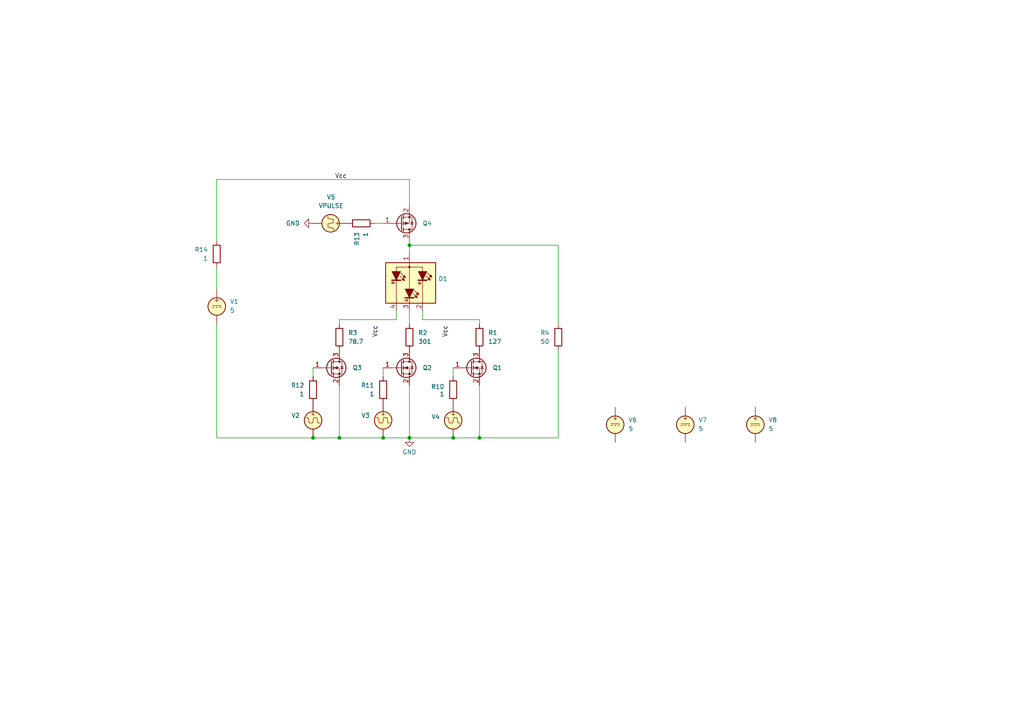
<source format=kicad_sch>
(kicad_sch (version 20250114) (generator "eeschema") (generator_version "9.0")
  (paper "A4")
  (lib_symbols
    (symbol "Device:R" (pin_numbers (hide yes)) (pin_names (offset 0))
      (property "Reference" "R" (at 2.032 0 90))
      (property "Value" "R" (at 0 0 90))
      (symbol "R_0_1"
        (rectangle (start -1.016 -2.54) (end 1.016 2.54) (stroke (width 0.254)))
      )
      (symbol "R_1_1"
        (pin passive line (at 0 3.81 270) (length 1.27) (name "~") (number "1"))
        (pin passive line (at 0 -3.81 90) (length 1.27) (name "~") (number "2"))
      )
    )
    (symbol "Keyboard:APTF1616LSEEZGKQBKC" (pin_names (offset 0.0254) (hide yes))
      (property "Reference" "D" (at -5.08 8.89 0))
      (property "Value" "APTF1616LSEEZGKQBKC" (at -10.16 -8.89 0))
      (symbol "APTF1616LSEEZGKQBKC_0_0"
        (text "B" (at -0.508 -4.7244 0) (effects (font (size 0.762 0.762))))
        (text "R" (at -0.381 3.0734 0) (effects (font (size 0.762 0.762))))
        (text "G" (at 4.5466 -0.8382 0) (effects (font (size 0.762 0.762))))
      )
      (symbol "APTF1616LSEEZGKQBKC_0_1"
        (rectangle (start -6.35 7.62) (end 5.3848 -6.8834) (stroke (width 0.254)) (fill (type background)))
        (polyline (pts (xy -6.35 0) (xy 1.27 0)))
        (circle (center -5.08 0) (radius 0.254) (fill (type outline)))
        (polyline (pts (xy -5.08 -3.81) (xy -3.81 -3.81)))
        (polyline (pts (xy -5.08 -3.81) (xy -5.08 3.81) (xy -5.08 1.27)))
        (polyline (pts (xy -3.81 5.08) (xy -3.81 2.54) (xy -1.27 3.81) (xy -3.81 5.08)) (fill (type outline)))
        (polyline (pts (xy -3.81 3.81) (xy -5.08 3.81)))
        (polyline (pts (xy -3.81 -2.54) (xy -3.81 -5.08) (xy -1.27 -3.81) (xy -3.81 -2.54)) (fill (type outline)))
        (polyline (pts (xy -3.4036 5.207) (xy -2.1336 6.477)))
        (polyline (pts (xy -3.3274 -2.4638) (xy -2.0574 -1.1938)))
        (polyline (pts (xy -2.54 4.826) (xy -1.27 6.096)))
        (polyline (pts (xy -2.54 -2.794) (xy -1.27 -1.524)))
        (polyline (pts (xy -2.1082 6.5278) (xy -2.3622 5.7658) (xy -2.8702 6.2738) (xy -2.1082 6.5278)) (fill (type outline)))
        (polyline (pts (xy -1.9558 -1.1176) (xy -2.2098 -1.8796) (xy -2.7178 -1.3716) (xy -1.9558 -1.1176)) (fill (type outline)))
        (polyline (pts (xy -1.27 6.096) (xy -1.524 5.334) (xy -2.032 5.842) (xy -1.27 6.096)) (fill (type outline)))
        (polyline (pts (xy -1.27 5.08) (xy -1.27 2.54)) (stroke (width 0.381)))
        (polyline (pts (xy -1.27 3.81) (xy 5.08 3.81)))
        (polyline (pts (xy -1.27 -2.54) (xy -1.27 -5.08)) (stroke (width 0.381)))
        (polyline (pts (xy -1.27 -3.81) (xy 5.08 -3.81)))
        (polyline (pts (xy -1.143 -1.397) (xy -1.397 -2.159) (xy -1.905 -1.651) (xy -1.143 -1.397)) (fill (type outline)))
        (polyline (pts (xy 1.27 1.27) (xy 1.27 -1.27) (xy 3.81 0) (xy 1.27 1.27)) (fill (type outline)))
        (polyline (pts (xy 1.6764 1.4224) (xy 2.9464 2.6924)))
        (polyline (pts (xy 2.54 1.016) (xy 3.81 2.286)))
        (polyline (pts (xy 2.9972 2.7432) (xy 2.7432 1.9812) (xy 2.2352 2.4892) (xy 2.9972 2.7432)) (fill (type outline)))
        (polyline (pts (xy 3.81 2.286) (xy 3.556 1.524) (xy 3.048 2.032) (xy 3.81 2.286)) (fill (type outline)))
        (polyline (pts (xy 3.81 1.27) (xy 3.81 -1.27)) (stroke (width 0.381)))
        (polyline (pts (xy 3.81 0) (xy 5.08 0)))
      )
      (symbol "APTF1616LSEEZGKQBKC_1_1"
        (pin passive line (at -8.89 0 0) (length 2.54) (name "A") (number "1"))
        (pin passive line (at 7.62 3.81 180) (length 2.54) (name "KR") (number "2"))
        (pin passive line (at 7.62 0 180) (length 2.54) (name "KG") (number "3"))
        (pin passive line (at 7.62 -3.81 180) (length 2.54) (name "KB") (number "4"))
      )
    )
    (symbol "Keyboard:NTA4151PT1G" (pin_names (offset 0) (hide yes))
      (property "Reference" "Q" (at 5.842 -2.032 90))
      (symbol "NTA4151PT1G_0_1"
        (polyline (pts (xy 0.254 1.905) (xy 0.254 -1.905)) (stroke (width 0.254)))
        (polyline (pts (xy 0.254 0) (xy -2.54 0)))
        (polyline (pts (xy 0.762 2.286) (xy 0.762 1.27)) (stroke (width 0.254)))
        (polyline (pts (xy 0.762 1.778) (xy 3.302 1.778) (xy 3.302 -1.778) (xy 0.762 -1.778)))
        (polyline (pts (xy 0.762 0.508) (xy 0.762 -0.508)) (stroke (width 0.254)))
        (polyline (pts (xy 0.762 -1.27) (xy 0.762 -2.286)) (stroke (width 0.254)))
        (circle (center 1.651 0) (radius 2.794) (stroke (width 0.254)))
        (polyline (pts (xy 2.286 0) (xy 1.27 0.381) (xy 1.27 -0.381) (xy 2.286 0)) (fill (type outline)))
        (polyline (pts (xy 2.54 2.54) (xy 2.54 1.778)))
        (polyline (pts (xy 2.54 2.54) (xy 2.54 1.778)))
        (circle (center 2.54 1.778) (radius 0.254) (fill (type outline)))
        (circle (center 2.54 1.778) (radius 0.254) (fill (type outline)))
        (circle (center 2.54 -1.778) (radius 0.254) (fill (type outline)))
        (polyline (pts (xy 2.54 -2.54) (xy 2.54 0) (xy 0.762 0)))
        (polyline (pts (xy 2.921 -0.381) (xy 3.683 -0.381)))
        (polyline (pts (xy 3.302 -0.381) (xy 2.921 0.254) (xy 3.683 0.254) (xy 3.302 -0.381)))
      )
      (symbol "NTA4151PT1G_1_1"
        (pin input line (at -5.08 0 0) (length 2.54) (name "G") (number "1"))
        (pin passive line (at 2.54 5.08 270) (length 2.54) (name "D") (number "3"))
        (pin passive line (at 2.54 -5.08 90) (length 2.54) (name "S") (number "2"))
      )
    )
    (symbol "Keyboard:NTA4153NT1G" (pin_names (offset 0) (hide yes))
      (property "Reference" "Q" (at 5.842 -2.032 90))
      (symbol "NTA4153NT1G_0_1"
        (polyline (pts (xy 0.254 1.905) (xy 0.254 -1.905)) (stroke (width 0.254)))
        (polyline (pts (xy 0.254 0) (xy -2.54 0)))
        (polyline (pts (xy 0.762 2.286) (xy 0.762 1.27)) (stroke (width 0.254)))
        (polyline (pts (xy 0.762 0.508) (xy 0.762 -0.508)) (stroke (width 0.254)))
        (polyline (pts (xy 0.762 -1.27) (xy 0.762 -2.286)) (stroke (width 0.254)))
        (polyline (pts (xy 0.762 -1.778) (xy 3.302 -1.778) (xy 3.302 1.778) (xy 0.762 1.778)))
        (polyline (pts (xy 1.016 0) (xy 2.032 0.381) (xy 2.032 -0.381) (xy 1.016 0)) (fill (type outline)))
        (circle (center 1.651 0) (radius 2.794) (stroke (width 0.254)))
        (polyline (pts (xy 2.54 2.54) (xy 2.54 1.778)))
        (circle (center 2.54 1.778) (radius 0.254) (fill (type outline)))
        (circle (center 2.54 -1.778) (radius 0.254) (fill (type outline)))
        (polyline (pts (xy 2.54 -2.54) (xy 2.54 0) (xy 0.762 0)))
        (polyline (pts (xy 2.921 0.381) (xy 3.683 0.381)))
        (polyline (pts (xy 3.302 0.381) (xy 2.921 -0.254) (xy 3.683 -0.254) (xy 3.302 0.381)))
      )
      (symbol "NTA4153NT1G_1_1"
        (pin input line (at -5.08 0 0) (length 2.54) (name "G") (number "1"))
        (pin passive line (at 2.54 5.08 270) (length 2.54) (name "D") (number "3"))
        (pin passive line (at 2.54 -5.08 90) (length 2.54) (name "S") (number "2"))
      )
    )
    (symbol "Simulation_SPICE:VDC" (pin_numbers (hide yes)) (pin_names (offset 0.0254))
      (property "Reference" "V" (at 2.54 2.54 0))
      (property "Value" "1" (at 2.54 0 0))
      (symbol "VDC_0_0"
        (polyline (pts (xy -1.27 0.254) (xy 1.27 0.254)))
        (polyline (pts (xy -0.762 -0.254) (xy -1.27 -0.254)))
        (polyline (pts (xy 0.254 -0.254) (xy -0.254 -0.254)))
        (polyline (pts (xy 1.27 -0.254) (xy 0.762 -0.254)))
        (text "+" (at 0 1.905 0) (effects (font (size 1.27 1.27))))
      )
      (symbol "VDC_0_1"
        (circle (center 0 0) (radius 2.54) (stroke (width 0.254)) (fill (type background)))
      )
      (symbol "VDC_1_1"
        (pin passive line (at 0 5.08 270) (length 2.54) (name "~") (number "1"))
        (pin passive line (at 0 -5.08 90) (length 2.54) (name "~") (number "2"))
      )
    )
    (symbol "Simulation_SPICE:VPULSE" (pin_numbers (hide yes)) (pin_names (offset 0.0254))
      (property "Reference" "V" (at 2.54 2.54 0))
      (property "Value" "VPULSE" (at 2.54 0 0))
      (property "Sim.Params" "y1=0 y2=1 td=2n tr=2n tf=2n tw=50n per=100n" (at 2.54 -2.54 0))
      (symbol "VPULSE_0_0"
        (polyline (pts (xy -2.032 -0.762) (xy -1.397 -0.762) (xy -1.143 0.762) (xy -0.127 0.762) (xy 0.127 -0.762) (xy 1.143 -0.762) (xy 1.397 0.762) (xy 2.032 0.762)))
        (text "+" (at 0 1.905 0) (effects (font (size 1.27 1.27))))
      )
      (symbol "VPULSE_0_1"
        (circle (center 0 0) (radius 2.54) (stroke (width 0.254)) (fill (type background)))
      )
      (symbol "VPULSE_1_1"
        (pin passive line (at 0 5.08 270) (length 2.54) (name "~") (number "1"))
        (pin passive line (at 0 -5.08 90) (length 2.54) (name "~") (number "2"))
      )
    )
    (symbol "power:GND" (power) (pin_numbers (hide yes)) (pin_names (offset 0) (hide yes))
      (property "Value" "GND" (at 0 -3.81 0))
      (symbol "GND_0_1"
        (polyline (pts (xy 0 0) (xy 0 -1.27) (xy 1.27 -1.27) (xy 0 -2.54) (xy -1.27 -1.27) (xy 0 -1.27)))
      )
      (symbol "GND_1_1"
        (pin power_in line (at 0 0 270) (length 0) (name "~") (number "1"))
      )
    )
  )
  (junction (at 90.805 127))
  (junction (at 118.745 127))
  (junction (at 118.745 71.12))
  (junction (at 131.445 127))
  (junction (at 111.125 127))
  (junction (at 139.065 127))
  (junction (at 98.425 127))
  (wire (pts (xy 98.425 93.98) (xy 98.425 92.71)))
  (wire (pts (xy 62.865 127) (xy 90.805 127)))
  (wire (pts (xy 62.865 77.47) (xy 62.865 83.82)))
  (wire (pts (xy 122.555 90.17) (xy 122.555 92.71)))
  (wire (pts (xy 118.745 111.76) (xy 118.745 127)))
  (wire (pts (xy 161.925 127) (xy 139.065 127)))
  (wire (pts (xy 118.745 127) (xy 131.445 127)))
  (wire (pts (xy 122.555 92.71) (xy 139.065 92.71)))
  (wire (pts (xy 161.925 93.98) (xy 161.925 71.12)))
  (wire (pts (xy 161.925 101.6) (xy 161.925 127)))
  (wire (pts (xy 62.865 52.07) (xy 118.745 52.07)))
  (wire (pts (xy 98.425 92.71) (xy 114.935 92.71)))
  (wire (pts (xy 90.805 127) (xy 98.425 127)))
  (wire (pts (xy 62.865 52.07) (xy 62.865 69.85)))
  (wire (pts (xy 118.745 69.85) (xy 118.745 71.12)))
  (wire (pts (xy 118.745 52.07) (xy 118.745 59.69)))
  (wire (pts (xy 90.805 106.68) (xy 90.805 109.22)))
  (wire (pts (xy 139.065 93.98) (xy 139.065 92.71)))
  (wire (pts (xy 62.865 93.98) (xy 62.865 127)))
  (wire (pts (xy 118.745 90.17) (xy 118.745 93.98)))
  (wire (pts (xy 98.425 111.76) (xy 98.425 127)))
  (wire (pts (xy 139.065 111.76) (xy 139.065 127)))
  (wire (pts (xy 114.935 92.71) (xy 114.935 90.17)))
  (wire (pts (xy 111.125 106.68) (xy 111.125 109.22)))
  (wire (pts (xy 131.445 127) (xy 139.065 127)))
  (wire (pts (xy 108.585 64.77) (xy 111.125 64.77)))
  (wire (pts (xy 118.745 73.66) (xy 118.745 71.12)))
  (wire (pts (xy 118.745 71.12) (xy 161.925 71.12)))
  (wire (pts (xy 111.125 127) (xy 118.745 127)))
  (wire (pts (xy 131.445 106.68) (xy 131.445 109.22)))
  (wire (pts (xy 98.425 127) (xy 111.125 127)))
  (label "Vcc" (at 97.155 52.07 0))
  (label "Vcc" (at 130.175 97.79 90))
  (label "Vcc" (at 109.855 97.79 90))
  (symbol (lib_id "Device:R") (at 161.925 97.79 0) (mirror y) (unit 1)
    (property "Reference" "R4" (at 159.385 96.5199 0) (effects (justify left)))
    (property "Value" "50" (at 159.385 99.0599 0) (effects (justify left)))
    (property "Description" "Resistor" (effects (hide yes)))
  )
  (symbol (lib_id "Simulation_SPICE:VPULSE") (at 90.805 121.92 0) (mirror y) (unit 1)
    (property "Reference" "V2" (at 86.995 120.5201 0) (effects (justify left)))
    (property "Value" "VPULSE" (effects (hide yes)))
    (property "Datasheet" "https://ngspice.sourceforge.io/docs/ngspice-html-manual/manual.xhtml#sec_Independent_Sources_for" (effects (hide yes)))
    (property "Description" "Voltage source, pulse" (effects (hide yes)))
    (property "Sim.Pins" "1=+ 2=-" (effects (hide yes)))
    (property "Sim.Type" "PULSE" (effects (hide yes)))
    (property "Sim.Device" "V" (effects (hide yes)))
    (property "Sim.Params" "y1=0 y2=5 td=2m tr=2u tf=2u tw=2m per=10m" (effects (hide yes)))
  )
  (symbol (lib_id "Simulation_SPICE:VDC") (at 62.865 88.9 0) (unit 1)
    (property "Reference" "V1" (at 66.675 87.5001 0) (effects (justify left)))
    (property "Value" "5" (at 66.675 90.0401 0) (effects (justify left)))
    (property "Datasheet" "https://ngspice.sourceforge.io/docs/ngspice-html-manual/manual.xhtml#sec_Independent_Sources_for" (effects (hide yes)))
    (property "Description" "Voltage source, DC" (effects (hide yes)))
    (property "Sim.Pins" "1=+ 2=-" (effects (hide yes)))
    (property "Sim.Type" "DC" (effects (hide yes)))
    (property "Sim.Device" "V" (effects (hide yes)))
  )
  (symbol (lib_id "Device:R") (at 90.805 113.03 0) (mirror y) (unit 1)
    (property "Reference" "R12" (at 88.265 111.7599 0) (effects (justify left)))
    (property "Value" "1" (at 88.265 114.2999 0) (effects (justify left)))
    (property "Description" "Resistor" (effects (hide yes)))
  )
  (symbol (lib_id "Simulation_SPICE:VPULSE") (at 95.885 64.77 270) (unit 1)
    (property "Reference" "V5" (at 96.0148 57.15 90))
    (property "Value" "VPULSE" (at 96.0148 59.69 90))
    (property "Datasheet" "https://ngspice.sourceforge.io/docs/ngspice-html-manual/manual.xhtml#sec_Independent_Sources_for" (effects (hide yes)))
    (property "Description" "Voltage source, pulse" (effects (hide yes)))
    (property "Sim.Pins" "1=+ 2=-" (effects (hide yes)))
    (property "Sim.Type" "PULSE" (effects (hide yes)))
    (property "Sim.Device" "V" (effects (hide yes)))
    (property "Sim.Params" "y1=5 y2=0 td=0 tr=2u tf=2u tw=10m per=20m" (effects (hide yes)))
  )
  (symbol (lib_id "power:GND") (at 118.745 127 0) (unit 1)
    (property "Reference" "#PWR03" (effects (hide yes)))
    (property "Value" "GND" (at 118.745 131.1331 0))
    (property "Description" "Power symbol creates a global label with name \"GND\" , ground" (effects (hide yes)))
  )
  (symbol (lib_id "Simulation_SPICE:VDC") (at 198.755 123.19 0) (unit 1) (exclude_from_sim yes)
    (property "Reference" "V7" (at 202.565 121.7901 0) (effects (justify left)))
    (property "Value" "5" (at 202.565 124.3301 0) (effects (justify left)))
    (property "Datasheet" "https://ngspice.sourceforge.io/docs/ngspice-html-manual/manual.xhtml#sec_Independent_Sources_for" (effects (hide yes)))
    (property "Description" "Voltage source, DC" (effects (hide yes)))
    (property "Sim.Pins" "1=+ 2=-" (effects (hide yes)))
    (property "Sim.Type" "DC" (effects (hide yes)))
    (property "Sim.Device" "V" (effects (hide yes)))
  )
  (symbol (lib_id "Device:R") (at 98.425 97.79 0) (unit 1)
    (property "Reference" "R3" (at 100.965 96.5199 0) (effects (justify left)))
    (property "Value" "78.7" (at 100.965 99.0599 0) (effects (justify left)))
    (property "Description" "Resistor" (effects (hide yes)))
  )
  (symbol (lib_id "Device:R") (at 118.745 97.79 0) (unit 1)
    (property "Reference" "R2" (at 121.285 96.5199 0) (effects (justify left)))
    (property "Value" "301" (at 121.285 99.0599 0) (effects (justify left)))
    (property "Description" "Resistor" (effects (hide yes)))
  )
  (symbol (lib_id "Keyboard:APTF1616LSEEZGKQBKC") (at 118.745 82.55 270) (unit 1)
    (property "Reference" "D1" (at 127.127 80.8552 90) (effects (justify left)))
    (property "Value" "APTF1616LSEEZGKQBKC" (effects (hide yes)))
    (property "Footprint" "Keyboard:APTF1616-RGB" (effects (hide yes)))
    (property "Datasheet" "http://www.kingbrightusa.com/images/catalog/SPEC/APTF1616LSEEZGKQBKC.pdf" (effects (hide yes)))
    (property "Description" "APTF1616LSEEZGKQBKC" (effects (hide yes)))
    (property "mouser#" "604-APTF1616LSEEZGKQ" (effects (hide yes)))
    (property "Sim.Library" "../lib/spice/APTF1616LSEEZGKQBKC.spice" (effects (hide yes)))
    (property "Sim.Name" "aptf1616lseezgkqbkc-dc" (effects (hide yes)))
    (property "Sim.Device" "SUBCKT" (effects (hide yes)))
    (property "Sim.Pins" "1=A 2=R 3=G 4=B" (effects (hide yes)))
  )
  (symbol (lib_id "Device:R") (at 62.865 73.66 0) (mirror y) (unit 1)
    (property "Reference" "R14" (at 60.325 72.3899 0) (effects (justify left)))
    (property "Value" "1" (at 60.325 74.9299 0) (effects (justify left)))
    (property "Description" "Resistor" (effects (hide yes)))
  )
  (symbol (lib_id "Keyboard:NTA4153NT1G") (at 116.205 106.68 0) (unit 1)
    (property "Reference" "Q2" (at 122.555 106.6799 0) (effects (justify left)))
    (property "Value" "NTA4153N" (effects (hide yes)))
    (property "Footprint" "Keyboard:SC-75" (effects (hide yes)))
    (property "Datasheet" "https://www.onsemi.com/download/data-sheet/pdf/nta4153n-d.pdf" (effects (hide yes)))
    (property "Description" "N-Channel MOSFET" (effects (hide yes)))
    (property "mouser#" "863-NTA4153NT1G" (effects (hide yes)))
    (property "farnell#" "2317621" (effects (hide yes)))
    (property "Sim.Library" "../lib/spice/NTA4153N.REV0.LIB" (effects (hide yes)))
    (property "Sim.Name" "nta4153n" (effects (hide yes)))
    (property "Sim.Device" "SUBCKT" (effects (hide yes)))
    (property "Sim.Pins" "1=2 2=3 3=1" (effects (hide yes)))
  )
  (symbol (lib_id "Device:R") (at 139.065 97.79 0) (unit 1)
    (property "Reference" "R1" (at 141.605 96.5199 0) (effects (justify left)))
    (property "Value" "127" (at 141.605 99.0599 0) (effects (justify left)))
    (property "Description" "Resistor" (effects (hide yes)))
  )
  (symbol (lib_id "Keyboard:NTA4153NT1G") (at 95.885 106.68 0) (unit 1)
    (property "Reference" "Q3" (at 102.235 106.6799 0) (effects (justify left)))
    (property "Value" "NTA4153N" (effects (hide yes)))
    (property "Footprint" "Keyboard:SC-75" (effects (hide yes)))
    (property "Datasheet" "https://www.onsemi.com/download/data-sheet/pdf/nta4153n-d.pdf" (effects (hide yes)))
    (property "Description" "N-Channel MOSFET" (effects (hide yes)))
    (property "mouser#" "863-NTA4153NT1G" (effects (hide yes)))
    (property "farnell#" "2317621" (effects (hide yes)))
    (property "Sim.Library" "../lib/spice/NTA4153N.REV0.LIB" (effects (hide yes)))
    (property "Sim.Name" "nta4153n" (effects (hide yes)))
    (property "Sim.Device" "SUBCKT" (effects (hide yes)))
    (property "Sim.Pins" "1=2 2=3 3=1" (effects (hide yes)))
  )
  (symbol (lib_id "Device:R") (at 131.445 113.03 0) (mirror y) (unit 1)
    (property "Reference" "R10" (at 128.905 112.1438 0) (effects (justify left)))
    (property "Value" "1" (at 128.905 114.2999 0) (effects (justify left)))
    (property "Description" "Resistor" (effects (hide yes)))
  )
  (symbol (lib_id "Keyboard:NTA4153NT1G") (at 136.525 106.68 0) (unit 1)
    (property "Reference" "Q1" (at 142.875 106.6799 0) (effects (justify left)))
    (property "Value" "NTA4153N" (effects (hide yes)))
    (property "Footprint" "Keyboard:SC-75" (effects (hide yes)))
    (property "Datasheet" "https://www.onsemi.com/download/data-sheet/pdf/nta4153n-d.pdf" (effects (hide yes)))
    (property "Description" "N-Channel MOSFET" (effects (hide yes)))
    (property "mouser#" "863-NTA4153NT1G" (effects (hide yes)))
    (property "farnell#" "2317621" (effects (hide yes)))
    (property "Sim.Library" "../lib/spice/NTA4153N.REV0.LIB" (effects (hide yes)))
    (property "Sim.Name" "nta4153n" (effects (hide yes)))
    (property "Sim.Device" "SUBCKT" (effects (hide yes)))
    (property "Sim.Pins" "1=2 2=3 3=1" (effects (hide yes)))
  )
  (symbol (lib_id "Keyboard:NTA4151PT1G") (at 116.205 64.77 0) (mirror x) (unit 1)
    (property "Reference" "Q4" (at 122.555 64.7701 0) (effects (justify left)))
    (property "Value" "NTA4151P" (effects (hide yes)))
    (property "Footprint" "Keyboard:SC-75" (effects (hide yes)))
    (property "Datasheet" "https://www.onsemi.com/download/data-sheet/pdf/nta4151p-d.pdf" (effects (hide yes)))
    (property "Description" "P-Channel MOSFET" (effects (hide yes)))
    (property "mouser#" "863-NTA4151PT1G" (effects (hide yes)))
    (property "farnell#" "2317622" (effects (hide yes)))
    (property "Sim.Library" "../lib/spice/NTA4151P.LIB" (effects (hide yes)))
    (property "Sim.Name" "nta4151p" (effects (hide yes)))
    (property "Sim.Device" "SUBCKT" (effects (hide yes)))
    (property "Sim.Pins" "1=2 2=3 3=1" (effects (hide yes)))
  )
  (symbol (lib_id "Simulation_SPICE:VDC") (at 219.075 123.19 0) (unit 1) (exclude_from_sim yes)
    (property "Reference" "V8" (at 222.885 121.7901 0) (effects (justify left)))
    (property "Value" "5" (at 222.885 124.3301 0) (effects (justify left)))
    (property "Datasheet" "https://ngspice.sourceforge.io/docs/ngspice-html-manual/manual.xhtml#sec_Independent_Sources_for" (effects (hide yes)))
    (property "Description" "Voltage source, DC" (effects (hide yes)))
    (property "Sim.Pins" "1=+ 2=-" (effects (hide yes)))
    (property "Sim.Type" "DC" (effects (hide yes)))
    (property "Sim.Device" "V" (effects (hide yes)))
  )
  (symbol (lib_id "Device:R") (at 104.775 64.77 90) (mirror x) (unit 1)
    (property "Reference" "R13" (at 103.5049 67.31 0) (effects (justify left)))
    (property "Value" "1" (at 106.0449 67.31 0) (effects (justify left)))
    (property "Description" "Resistor" (effects (hide yes)))
  )
  (symbol (lib_id "Device:R") (at 111.125 113.03 0) (mirror y) (unit 1)
    (property "Reference" "R11" (at 108.585 111.7599 0) (effects (justify left)))
    (property "Value" "1" (at 108.585 114.2999 0) (effects (justify left)))
    (property "Description" "Resistor" (effects (hide yes)))
  )
  (symbol (lib_id "Simulation_SPICE:VPULSE") (at 131.445 121.92 0) (mirror y) (unit 1)
    (property "Reference" "V4" (at 127.635 120.904 0) (effects (justify left)))
    (property "Value" "VPULSE" (effects (hide yes)))
    (property "Datasheet" "https://ngspice.sourceforge.io/docs/ngspice-html-manual/manual.xhtml#sec_Independent_Sources_for" (effects (hide yes)))
    (property "Description" "Voltage source, pulse" (effects (hide yes)))
    (property "Sim.Pins" "1=+ 2=-" (effects (hide yes)))
    (property "Sim.Type" "PULSE" (effects (hide yes)))
    (property "Sim.Device" "V" (effects (hide yes)))
    (property "Sim.Params" "y1=0 y2=5 td=6m tr=2u tf=2u tw=2m per=10m" (effects (hide yes)))
  )
  (symbol (lib_id "power:GND") (at 90.805 64.77 270) (unit 1)
    (property "Reference" "#PWR01" (effects (hide yes)))
    (property "Value" "GND" (at 86.995 64.7699 90) (effects (justify right)))
    (property "Description" "Power symbol creates a global label with name \"GND\" , ground" (effects (hide yes)))
  )
  (symbol (lib_id "Simulation_SPICE:VPULSE") (at 111.125 121.92 0) (mirror y) (unit 1)
    (property "Reference" "V3" (at 107.315 120.5201 0) (effects (justify left)))
    (property "Value" "VPULSE" (effects (hide yes)))
    (property "Datasheet" "https://ngspice.sourceforge.io/docs/ngspice-html-manual/manual.xhtml#sec_Independent_Sources_for" (effects (hide yes)))
    (property "Description" "Voltage source, pulse" (effects (hide yes)))
    (property "Sim.Pins" "1=+ 2=-" (effects (hide yes)))
    (property "Sim.Type" "PULSE" (effects (hide yes)))
    (property "Sim.Device" "V" (effects (hide yes)))
    (property "Sim.Params" "y1=0 y2=5 td=4m tr=2u tf=2u tw=2m per=10m" (effects (hide yes)))
  )
  (symbol (lib_id "Simulation_SPICE:VDC") (at 178.435 123.19 0) (unit 1) (exclude_from_sim yes)
    (property "Reference" "V6" (at 182.245 121.7901 0) (effects (justify left)))
    (property "Value" "5" (at 182.245 124.3301 0) (effects (justify left)))
    (property "Datasheet" "https://ngspice.sourceforge.io/docs/ngspice-html-manual/manual.xhtml#sec_Independent_Sources_for" (effects (hide yes)))
    (property "Description" "Voltage source, DC" (effects (hide yes)))
    (property "Sim.Pins" "1=+ 2=-" (effects (hide yes)))
    (property "Sim.Type" "DC" (effects (hide yes)))
    (property "Sim.Device" "V" (effects (hide yes)))
  )
)
</source>
